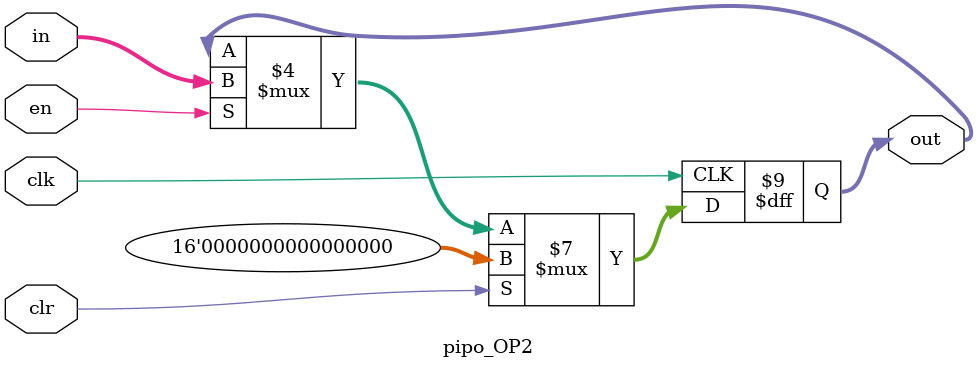
<source format=v>
`timescale 1ns / 1ps


module pipo_OP2(
    output reg [15:0] out,
    input wire [15:0] in,
    input wire clr,
    input wire en,
    input wire clk
    );

    always @(posedge clk) begin
        if(clr) out<= 15'd0;
        else if (en==1) out<= in;
        else out<= out;
    end
endmodule

</source>
